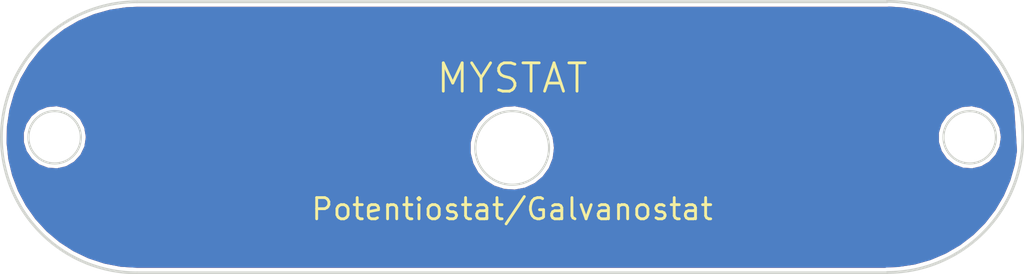
<source format=kicad_pcb>
(kicad_pcb (version 20171130) (host pcbnew 5.0.2+dfsg1-1)

  (general
    (thickness 1.6)
    (drawings 12)
    (tracks 0)
    (zones 0)
    (modules 0)
    (nets 1)
  )

  (page A4)
  (layers
    (0 F.Cu signal)
    (31 B.Cu signal)
    (32 B.Adhes user)
    (33 F.Adhes user)
    (34 B.Paste user)
    (35 F.Paste user)
    (36 B.SilkS user)
    (37 F.SilkS user)
    (38 B.Mask user)
    (39 F.Mask user)
    (40 Dwgs.User user)
    (41 Cmts.User user)
    (42 Eco1.User user)
    (43 Eco2.User user)
    (44 Edge.Cuts user)
    (45 Margin user)
    (46 B.CrtYd user)
    (47 F.CrtYd user)
    (48 B.Fab user)
    (49 F.Fab user)
  )

  (setup
    (last_trace_width 0.1524)
    (trace_clearance 0.1524)
    (zone_clearance 0.254)
    (zone_45_only no)
    (trace_min 0.1524)
    (segment_width 0.2)
    (edge_width 0.15)
    (via_size 0.6858)
    (via_drill 0.3302)
    (via_min_size 0.508)
    (via_min_drill 0.254)
    (uvia_size 0.6858)
    (uvia_drill 0.3302)
    (uvias_allowed no)
    (uvia_min_size 0.2)
    (uvia_min_drill 0.1)
    (pcb_text_width 0.3)
    (pcb_text_size 1.5 1.5)
    (mod_edge_width 0.15)
    (mod_text_size 1 1)
    (mod_text_width 0.15)
    (pad_size 1.524 1.524)
    (pad_drill 0.762)
    (pad_to_mask_clearance 0.0508)
    (solder_mask_min_width 0.25)
    (aux_axis_origin 0 0)
    (visible_elements FFFFFF7F)
    (pcbplotparams
      (layerselection 0x3d0ff_ffffffff)
      (usegerberextensions true)
      (usegerberattributes false)
      (usegerberadvancedattributes false)
      (creategerberjobfile false)
      (excludeedgelayer true)
      (linewidth 0.100000)
      (plotframeref false)
      (viasonmask false)
      (mode 1)
      (useauxorigin false)
      (hpglpennumber 1)
      (hpglpenspeed 20)
      (hpglpendiameter 15.000000)
      (psnegative false)
      (psa4output false)
      (plotreference true)
      (plotvalue true)
      (plotinvisibletext false)
      (padsonsilk false)
      (subtractmaskfromsilk false)
      (outputformat 1)
      (mirror false)
      (drillshape 0)
      (scaleselection 1)
      (outputdirectory "gerber/"))
  )

  (net 0 "")

  (net_class Default "This is the default net class."
    (clearance 0.1524)
    (trace_width 0.1524)
    (via_dia 0.6858)
    (via_drill 0.3302)
    (uvia_dia 0.6858)
    (uvia_drill 0.3302)
  )

  (gr_text "CUT\nOUT" (at 182.2 90.4) (layer F.Fab) (tstamp 5BC8F8B7)
    (effects (font (size 0.7 0.7) (thickness 0.15)))
  )
  (gr_text "CUT\nOUT" (at 117.7 90.5) (layer F.Fab)
    (effects (font (size 0.7 0.7) (thickness 0.15)))
  )
  (gr_text "CUT\nOUT" (at 150 91.175) (layer F.Fab)
    (effects (font (size 1 1) (thickness 0.15)))
  )
  (gr_circle (center 150 91.175) (end 152.6 91.175) (layer Edge.Cuts) (width 0.15))
  (gr_text Potentiostat/Galvanostat (at 150 95.5) (layer F.SilkS)
    (effects (font (size 1.5 1.5) (thickness 0.2)))
  )
  (gr_text MYSTAT (at 150 86.25) (layer F.SilkS)
    (effects (font (size 2 2) (thickness 0.2)))
  )
  (gr_circle (center 182.265 90.425) (end 184.115 90.425) (layer Edge.Cuts) (width 0.15))
  (gr_circle (center 117.735 90.425) (end 119.585 90.425) (layer Edge.Cuts) (width 0.15))
  (gr_line (start 123.557 100) (end 176.443 100) (layer Edge.Cuts) (width 0.2))
  (gr_arc (start 123.557 90.425) (end 123.557 80.85) (angle -180) (layer Edge.Cuts) (width 0.2) (tstamp 5BBC2526))
  (gr_arc (start 176.443 90.4) (end 176.443 99.975) (angle -180) (layer Edge.Cuts) (width 0.2))
  (gr_line (start 176.443 80.85) (end 123.557 80.85) (layer Edge.Cuts) (width 0.2))

  (zone (net 0) (net_name "") (layer F.Cu) (tstamp 0) (hatch edge 0.508)
    (connect_pads (clearance 0.254))
    (min_thickness 0.254)
    (fill yes (arc_segments 16) (thermal_gap 0.508) (thermal_bridge_width 0.508))
    (polygon
      (pts
        (xy 123.3 80.9) (xy 177.1 80.9) (xy 179.2 81.1) (xy 180.3 81.6) (xy 181.7 82.5)
        (xy 183.6 83.8) (xy 184.7 85.5) (xy 185.3 86.7) (xy 185.7 92.9) (xy 184.7 95.4)
        (xy 183.7 96.9) (xy 182.1 98.2) (xy 180.1 99.3) (xy 178.4 99.9) (xy 176.9 100)
        (xy 123.1 99.9) (xy 120.4 99.6) (xy 118.6 98.8) (xy 116.7 97.1) (xy 115.3 95.3)
        (xy 114.2 92.3) (xy 114 90.3) (xy 114.4 88) (xy 115.4 85.5) (xy 116.8 83.8)
        (xy 118.8 82.3) (xy 121.1 81.1) (xy 123.2 80.9)
      )
    )
    (polygon
      (pts
        (xy 115.9 90.7) (xy 115.9 90.1) (xy 116.3 89.3) (xy 117.2 88.7) (xy 117.8 88.6)
        (xy 118.5 88.7) (xy 119.3 89.2) (xy 119.5 90) (xy 119.4 91.2) (xy 118.9 91.9)
        (xy 118.2 92.2) (xy 117 92.2) (xy 116.3 91.6) (xy 115.9 90.8)
      )
    )
    (polygon
      (pts
        (xy 147.4 91.2) (xy 148 89.4) (xy 149.2 89) (xy 150.9 88.7) (xy 151.8 89.4)
        (xy 152.5 89.9) (xy 152.6 90.7) (xy 152.6 91.9) (xy 151.8 93.1) (xy 150.6 93.8)
        (xy 149.2 93.7) (xy 148.1 93.1) (xy 147.6 92.3) (xy 147.5 91.4)
      )
    )
    (polygon
      (pts
        (xy 180.4 90.6) (xy 180.8 89.5) (xy 182.1 88.6) (xy 183 88.8) (xy 183.7 89.3)
        (xy 184.2 90.2) (xy 183.9 91) (xy 183.4 92) (xy 182.4 92.5) (xy 181.3 92.3)
        (xy 180.5 91.6) (xy 180.5 90.7)
      )
    )
    (filled_polygon
      (pts
        (xy 177.598396 81.380681) (xy 178.735077 81.6006) (xy 179.834579 81.963161) (xy 180.879119 82.462501) (xy 181.851736 83.090511)
        (xy 182.736673 83.837018) (xy 183.51958 84.689916) (xy 184.187772 85.635386) (xy 184.730409 86.65809) (xy 185.138701 87.741461)
        (xy 185.27772 88.327268) (xy 185.473936 91.368617) (xy 185.330665 92.32158) (xy 185.01446 93.435314) (xy 184.559305 94.499835)
        (xy 183.97257 95.497905) (xy 183.263775 96.413324) (xy 182.444406 97.231265) (xy 181.527758 97.938454) (xy 180.528672 98.523444)
        (xy 179.463347 98.976745) (xy 178.349062 99.291005) (xy 177.198681 99.461905) (xy 176.422858 99.494422) (xy 176.361957 99.500877)
        (xy 176.302369 99.515018) (xy 176.291803 99.519) (xy 123.572321 99.519) (xy 122.401604 99.444319) (xy 121.264923 99.2244)
        (xy 120.165416 98.861836) (xy 119.120881 98.362499) (xy 118.148265 97.734489) (xy 117.263323 96.987978) (xy 116.480416 96.135079)
        (xy 115.812226 95.189611) (xy 115.269591 94.16691) (xy 114.861299 93.083539) (xy 114.593976 91.95708) (xy 114.471954 90.80578)
        (xy 114.487414 90.097264) (xy 115.432205 90.097264) (xy 115.437637 90.788867) (xy 115.646188 91.448299) (xy 116.039419 92.017257)
        (xy 116.582563 92.445437) (xy 117.227599 92.694982) (xy 117.917496 92.74383) (xy 118.591258 92.58766) (xy 119.189314 92.240281)
        (xy 119.658789 91.732406) (xy 119.958175 91.108938) (xy 120.006203 90.789475) (xy 146.948255 90.789475) (xy 146.948255 91.560525)
        (xy 147.140008 92.307351) (xy 147.511464 92.983027) (xy 148.039284 93.545099) (xy 148.690303 93.958248) (xy 149.423615 94.196516)
        (xy 150.193144 94.24493) (xy 150.950536 94.10045) (xy 151.648203 93.772153) (xy 152.242307 93.280667) (xy 152.695519 92.656874)
        (xy 152.979362 91.93997) (xy 153.076 91.175) (xy 152.979362 90.41003) (xy 152.855529 90.097264) (xy 179.962205 90.097264)
        (xy 179.967637 90.788867) (xy 180.176188 91.448299) (xy 180.569419 92.017257) (xy 181.112563 92.445437) (xy 181.757599 92.694982)
        (xy 182.447496 92.74383) (xy 183.121258 92.58766) (xy 183.719314 92.240281) (xy 184.188789 91.732406) (xy 184.488175 91.108938)
        (xy 184.591 90.425) (xy 184.590713 90.388465) (xy 184.477157 89.706226) (xy 184.168016 89.087538) (xy 183.690622 88.587099)
        (xy 183.087182 88.249157) (xy 182.411051 88.10359) (xy 181.722006 88.163268) (xy 181.08097 88.422914) (xy 180.544618 88.859573)
        (xy 180.160372 89.434637) (xy 179.962205 90.097264) (xy 152.855529 90.097264) (xy 152.695519 89.693126) (xy 152.242307 89.069333)
        (xy 151.648203 88.577847) (xy 150.950536 88.24955) (xy 150.193144 88.10507) (xy 149.423615 88.153484) (xy 148.690303 88.391752)
        (xy 148.039284 88.804901) (xy 147.511464 89.366973) (xy 147.140008 90.042649) (xy 146.948255 90.789475) (xy 120.006203 90.789475)
        (xy 120.061 90.425) (xy 120.060713 90.388465) (xy 119.947157 89.706226) (xy 119.638016 89.087538) (xy 119.160622 88.587099)
        (xy 118.557182 88.249157) (xy 117.881051 88.10359) (xy 117.192006 88.163268) (xy 116.55097 88.422914) (xy 116.014618 88.859573)
        (xy 115.630372 89.434637) (xy 115.432205 90.097264) (xy 114.487414 90.097264) (xy 114.497211 89.648295) (xy 114.669335 88.50342)
        (xy 114.985539 87.389688) (xy 115.440695 86.325165) (xy 116.027424 85.327104) (xy 116.736221 84.41168) (xy 117.555589 83.593739)
        (xy 118.472247 82.886542) (xy 119.471328 82.301556) (xy 120.536653 81.848255) (xy 121.650936 81.533995) (xy 122.801329 81.363094)
        (xy 123.567073 81.331) (xy 176.490373 81.331) (xy 176.570314 81.315099)
      )
    )
  )
  (zone (net 0) (net_name "") (layer B.Cu) (tstamp 5D1B87C5) (hatch edge 0.508)
    (connect_pads (clearance 0.254))
    (min_thickness 0.254)
    (fill yes (arc_segments 16) (thermal_gap 0.508) (thermal_bridge_width 0.508))
    (polygon
      (pts
        (xy 123.3 80.9) (xy 177.1 80.9) (xy 179.2 81.1) (xy 180.3 81.6) (xy 181.7 82.5)
        (xy 183.6 83.8) (xy 184.7 85.5) (xy 185.3 86.7) (xy 185.7 92.9) (xy 184.7 95.4)
        (xy 183.7 96.9) (xy 182.1 98.2) (xy 180.1 99.3) (xy 178.4 99.9) (xy 176.9 100)
        (xy 123.1 99.9) (xy 120.4 99.6) (xy 118.6 98.8) (xy 116.7 97.1) (xy 115.3 95.3)
        (xy 114.2 92.3) (xy 114 90.3) (xy 114.4 88) (xy 115.4 85.5) (xy 116.8 83.8)
        (xy 118.8 82.3) (xy 121.1 81.1) (xy 123.2 80.9)
      )
    )
    (polygon
      (pts
        (xy 115.9 90.7) (xy 115.9 90.1) (xy 116.3 89.3) (xy 117.2 88.7) (xy 117.8 88.6)
        (xy 118.5 88.7) (xy 119.3 89.2) (xy 119.5 90) (xy 119.4 91.2) (xy 118.9 91.9)
        (xy 118.2 92.2) (xy 117 92.2) (xy 116.3 91.6) (xy 115.9 90.8)
      )
    )
    (polygon
      (pts
        (xy 147.4 91.2) (xy 148 89.4) (xy 149.2 89) (xy 150.9 88.7) (xy 151.8 89.4)
        (xy 152.5 89.9) (xy 152.6 90.7) (xy 152.6 91.9) (xy 151.8 93.1) (xy 150.6 93.8)
        (xy 149.2 93.7) (xy 148.1 93.1) (xy 147.6 92.3) (xy 147.5 91.4)
      )
    )
    (polygon
      (pts
        (xy 180.4 90.6) (xy 180.8 89.5) (xy 182.1 88.6) (xy 183 88.8) (xy 183.7 89.3)
        (xy 184.2 90.2) (xy 183.9 91) (xy 183.4 92) (xy 182.4 92.5) (xy 181.3 92.3)
        (xy 180.5 91.6) (xy 180.5 90.7)
      )
    )
    (filled_polygon
      (pts
        (xy 177.598396 81.380681) (xy 178.735077 81.6006) (xy 179.834579 81.963161) (xy 180.879119 82.462501) (xy 181.851736 83.090511)
        (xy 182.736673 83.837018) (xy 183.51958 84.689916) (xy 184.187772 85.635386) (xy 184.730409 86.65809) (xy 185.138701 87.741461)
        (xy 185.27772 88.327268) (xy 185.473936 91.368617) (xy 185.330665 92.32158) (xy 185.01446 93.435314) (xy 184.559305 94.499835)
        (xy 183.97257 95.497905) (xy 183.263775 96.413324) (xy 182.444406 97.231265) (xy 181.527758 97.938454) (xy 180.528672 98.523444)
        (xy 179.463347 98.976745) (xy 178.349062 99.291005) (xy 177.198681 99.461905) (xy 176.422858 99.494422) (xy 176.361957 99.500877)
        (xy 176.302369 99.515018) (xy 176.291803 99.519) (xy 123.572321 99.519) (xy 122.401604 99.444319) (xy 121.264923 99.2244)
        (xy 120.165416 98.861836) (xy 119.120881 98.362499) (xy 118.148265 97.734489) (xy 117.263323 96.987978) (xy 116.480416 96.135079)
        (xy 115.812226 95.189611) (xy 115.269591 94.16691) (xy 114.861299 93.083539) (xy 114.593976 91.95708) (xy 114.471954 90.80578)
        (xy 114.487414 90.097264) (xy 115.432205 90.097264) (xy 115.437637 90.788867) (xy 115.646188 91.448299) (xy 116.039419 92.017257)
        (xy 116.582563 92.445437) (xy 117.227599 92.694982) (xy 117.917496 92.74383) (xy 118.591258 92.58766) (xy 119.189314 92.240281)
        (xy 119.658789 91.732406) (xy 119.958175 91.108938) (xy 120.006203 90.789475) (xy 146.948255 90.789475) (xy 146.948255 91.560525)
        (xy 147.140008 92.307351) (xy 147.511464 92.983027) (xy 148.039284 93.545099) (xy 148.690303 93.958248) (xy 149.423615 94.196516)
        (xy 150.193144 94.24493) (xy 150.950536 94.10045) (xy 151.648203 93.772153) (xy 152.242307 93.280667) (xy 152.695519 92.656874)
        (xy 152.979362 91.93997) (xy 153.076 91.175) (xy 152.979362 90.41003) (xy 152.855529 90.097264) (xy 179.962205 90.097264)
        (xy 179.967637 90.788867) (xy 180.176188 91.448299) (xy 180.569419 92.017257) (xy 181.112563 92.445437) (xy 181.757599 92.694982)
        (xy 182.447496 92.74383) (xy 183.121258 92.58766) (xy 183.719314 92.240281) (xy 184.188789 91.732406) (xy 184.488175 91.108938)
        (xy 184.591 90.425) (xy 184.590713 90.388465) (xy 184.477157 89.706226) (xy 184.168016 89.087538) (xy 183.690622 88.587099)
        (xy 183.087182 88.249157) (xy 182.411051 88.10359) (xy 181.722006 88.163268) (xy 181.08097 88.422914) (xy 180.544618 88.859573)
        (xy 180.160372 89.434637) (xy 179.962205 90.097264) (xy 152.855529 90.097264) (xy 152.695519 89.693126) (xy 152.242307 89.069333)
        (xy 151.648203 88.577847) (xy 150.950536 88.24955) (xy 150.193144 88.10507) (xy 149.423615 88.153484) (xy 148.690303 88.391752)
        (xy 148.039284 88.804901) (xy 147.511464 89.366973) (xy 147.140008 90.042649) (xy 146.948255 90.789475) (xy 120.006203 90.789475)
        (xy 120.061 90.425) (xy 120.060713 90.388465) (xy 119.947157 89.706226) (xy 119.638016 89.087538) (xy 119.160622 88.587099)
        (xy 118.557182 88.249157) (xy 117.881051 88.10359) (xy 117.192006 88.163268) (xy 116.55097 88.422914) (xy 116.014618 88.859573)
        (xy 115.630372 89.434637) (xy 115.432205 90.097264) (xy 114.487414 90.097264) (xy 114.497211 89.648295) (xy 114.669335 88.50342)
        (xy 114.985539 87.389688) (xy 115.440695 86.325165) (xy 116.027424 85.327104) (xy 116.736221 84.41168) (xy 117.555589 83.593739)
        (xy 118.472247 82.886542) (xy 119.471328 82.301556) (xy 120.536653 81.848255) (xy 121.650936 81.533995) (xy 122.801329 81.363094)
        (xy 123.567073 81.331) (xy 176.490373 81.331) (xy 176.570314 81.315099)
      )
    )
  )
)

</source>
